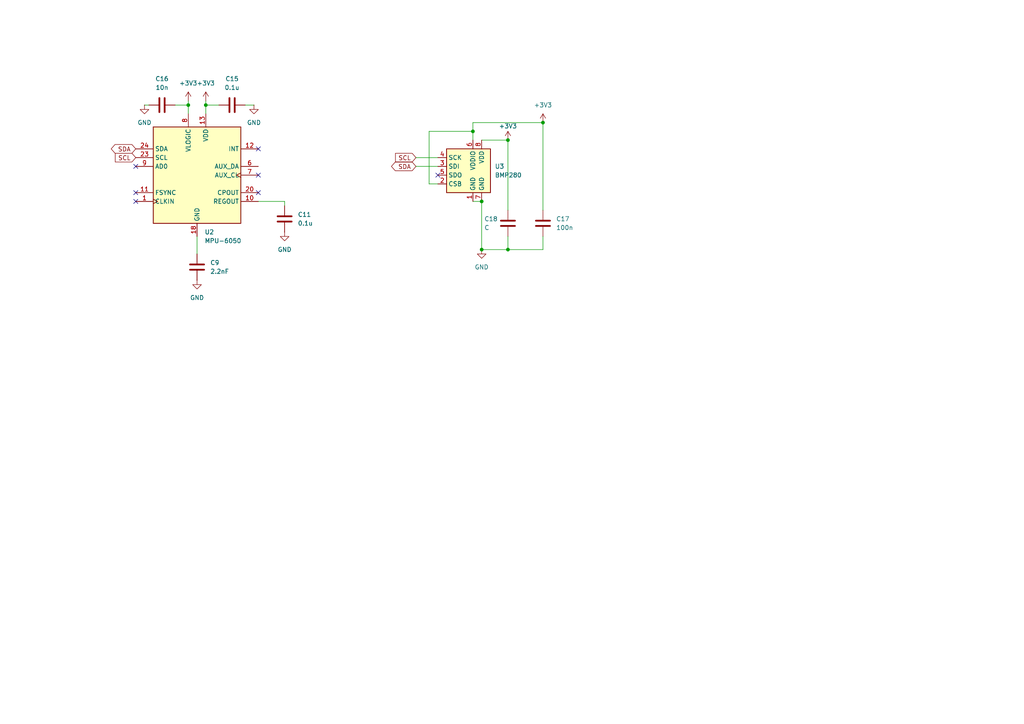
<source format=kicad_sch>
(kicad_sch (version 20231120) (generator "eeschema") (generator_version "8.0")
  (paper "A4")
  (title_block (title "Aviônica Arapaçu") (rev "João Estima") (company "Antares Foguetemodelismo"))
  (lib_symbols
    (symbol "Device:C" (pin_numbers hide) (pin_names (offset 0.254))
      (property "Reference" "C" (at 0.635 2.54 0))
      (property "Value" "C" (at 0.635 -2.54 0))
      (symbol "C_0_1"
        (polyline (pts (xy -2.032 -0.762) (xy 2.032 -0.762)) (stroke (width 0.508)))
        (polyline (pts (xy -2.032 0.762) (xy 2.032 0.762)) (stroke (width 0.508)))
      )
      (symbol "C_1_1"
        (pin passive line (at 0 3.81 270) (length 2.794) (name "~") (number "1"))
        (pin passive line (at 0 -3.81 90) (length 2.794) (name "~") (number "2"))
      )
    )
    (symbol "Sensor_Motion:MPU-6050"
      (property "Reference" "U" (at -11.43 13.97 0))
      (property "Value" "MPU-6050" (at 7.62 -15.24 0))
      (symbol "MPU-6050_0_0"
        (text "" (at 12.7 -2.54 0) (effects (font (size 1.27 1.27))))
      )
      (symbol "MPU-6050_0_1"
        (rectangle (start -12.7 13.97) (end 12.7 -13.97) (stroke (width 0.254)) (fill (type background)))
      )
      (symbol "MPU-6050_1_1"
        (pin input clock (at -17.78 -7.62 0) (length 5.08) (name "CLKIN") (number "1"))
        (pin passive line (at 17.78 -7.62 180) (length 5.08) (name "REGOUT") (number "10"))
        (pin input line (at -17.78 -5.08 0) (length 5.08) (name "FSYNC") (number "11"))
        (pin output line (at 17.78 7.62 180) (length 5.08) (name "INT") (number "12"))
        (pin power_in line (at 2.54 17.78 270) (length 3.81) (name "VDD") (number "13"))
        (pin no_connect line (at -12.7 -10.16 0) (length 2.54) hide (name "NC") (number "14"))
        (pin no_connect line (at 12.7 12.7 180) (length 2.54) hide (name "NC") (number "15"))
        (pin no_connect line (at 12.7 10.16 180) (length 2.54) hide (name "NC") (number "16"))
        (pin no_connect line (at 12.7 5.08 180) (length 2.54) hide (name "NC") (number "17"))
        (pin power_in line (at 0 -17.78 90) (length 3.81) (name "GND") (number "18"))
        (pin no_connect line (at 12.7 -10.16 180) (length 2.54) hide (name "RESV") (number "19"))
        (pin no_connect line (at -12.7 12.7 0) (length 2.54) hide (name "NC") (number "2"))
        (pin passive line (at 17.78 -5.08 180) (length 5.08) (name "CPOUT") (number "20"))
        (pin no_connect line (at 12.7 -2.54 180) (length 2.54) hide (name "RESV") (number "21"))
        (pin no_connect line (at 12.7 -12.7 180) (length 2.54) hide (name "RESV") (number "22"))
        (pin input line (at -17.78 5.08 0) (length 5.08) (name "SCL") (number "23"))
        (pin bidirectional line (at -17.78 7.62 0) (length 5.08) (name "SDA") (number "24"))
        (pin no_connect line (at -12.7 10.16 0) (length 2.54) hide (name "NC") (number "3"))
        (pin no_connect line (at -12.7 0 0) (length 2.54) hide (name "NC") (number "4"))
        (pin no_connect line (at -12.7 -2.54 0) (length 2.54) hide (name "NC") (number "5"))
        (pin bidirectional line (at 17.78 2.54 180) (length 5.08) (name "AUX_DA") (number "6"))
        (pin output clock (at 17.78 0 180) (length 5.08) (name "AUX_CL") (number "7"))
        (pin power_in line (at -2.54 17.78 270) (length 3.81) (name "VLOGIC") (number "8"))
        (pin input line (at -17.78 2.54 0) (length 5.08) (name "AD0") (number "9"))
      )
    )
    (symbol "Sensor_Pressure:BMP280"
      (property "Reference" "U" (at -7.62 10.16 0))
      (property "Value" "BMP280" (at 5.08 10.16 0))
      (symbol "BMP280_0_1"
        (rectangle (start -7.62 -5.08) (end 5.08 7.62) (stroke (width 0.254)) (fill (type background)))
      )
      (symbol "BMP280_1_1"
        (pin power_in line (at 0 -7.62 90) (length 2.54) (name "GND") (number "1"))
        (pin input line (at -10.16 -2.54 0) (length 2.54) (name "CSB") (number "2"))
        (pin bidirectional line (at -10.16 2.54 0) (length 2.54) (name "SDI") (number "3"))
        (pin input line (at -10.16 5.08 0) (length 2.54) (name "SCK") (number "4"))
        (pin bidirectional line (at -10.16 0 0) (length 2.54) (name "SDO") (number "5"))
        (pin power_in line (at 0 10.16 270) (length 2.54) (name "VDDIO") (number "6"))
        (pin power_in line (at 2.54 -7.62 90) (length 2.54) (name "GND") (number "7"))
        (pin power_in line (at 2.54 10.16 270) (length 2.54) (name "VDD") (number "8"))
      )
    )
    (symbol "power:+3V3" (power) (pin_numbers hide) (pin_names (offset 0) hide)
      (property "Value" "+3V3" (at 0 3.556 0))
      (symbol "+3V3_0_1"
        (polyline (pts (xy -0.762 1.27) (xy 0 2.54)))
        (polyline (pts (xy 0 0) (xy 0 2.54)))
        (polyline (pts (xy 0 2.54) (xy 0.762 1.27)))
      )
      (symbol "+3V3_1_1"
        (pin power_in line (at 0 0 90) (length 0) (name "~") (number "1"))
      )
    )
    (symbol "power:GND" (power) (pin_numbers hide) (pin_names (offset 0) hide)
      (property "Value" "GND" (at 0 -3.81 0))
      (symbol "GND_0_1"
        (polyline (pts (xy 0 0) (xy 0 -1.27) (xy 1.27 -1.27) (xy 0 -2.54) (xy -1.27 -1.27) (xy 0 -1.27)))
      )
      (symbol "GND_1_1"
        (pin power_in line (at 0 0 270) (length 0) (name "~") (number "1"))
      )
    )
  )
  (junction (at 157.48 35.56))
  (junction (at 137.16 38.1))
  (junction (at 54.61 30.48))
  (junction (at 147.32 40.64))
  (junction (at 59.69 30.48))
  (junction (at 139.7 58.42))
  (junction (at 147.32 72.39))
  (junction (at 139.7 72.39))
  (no_connect (at 74.93 43.18))
  (no_connect (at 74.93 50.8))
  (no_connect (at 39.37 58.42))
  (no_connect (at 74.93 55.88))
  (no_connect (at 39.37 48.26))
  (no_connect (at 127 50.8))
  (no_connect (at 39.37 55.88))
  (wire (pts (xy 54.61 30.48) (xy 54.61 33.02)))
  (wire (pts (xy 137.16 38.1) (xy 137.16 40.64)))
  (wire (pts (xy 124.46 53.34) (xy 127 53.34)))
  (wire (pts (xy 139.7 40.64) (xy 147.32 40.64)))
  (wire (pts (xy 137.16 58.42) (xy 139.7 58.42)))
  (wire (pts (xy 137.16 35.56) (xy 157.48 35.56)))
  (wire (pts (xy 147.32 68.58) (xy 147.32 72.39)))
  (wire (pts (xy 73.66 30.48) (xy 71.12 30.48)))
  (wire (pts (xy 120.65 48.26) (xy 127 48.26)))
  (wire (pts (xy 41.91 30.48) (xy 43.18 30.48)))
  (wire (pts (xy 54.61 29.21) (xy 54.61 30.48)))
  (wire (pts (xy 139.7 58.42) (xy 139.7 72.39)))
  (wire (pts (xy 124.46 38.1) (xy 124.46 53.34)))
  (wire (pts (xy 59.69 29.21) (xy 59.69 30.48)))
  (wire (pts (xy 63.5 30.48) (xy 59.69 30.48)))
  (wire (pts (xy 74.93 58.42) (xy 82.55 58.42)))
  (wire (pts (xy 124.46 38.1) (xy 137.16 38.1)))
  (wire (pts (xy 157.48 35.56) (xy 157.48 60.96)))
  (wire (pts (xy 50.8 30.48) (xy 54.61 30.48)))
  (wire (pts (xy 120.65 45.72) (xy 127 45.72)))
  (wire (pts (xy 137.16 35.56) (xy 137.16 38.1)))
  (wire (pts (xy 147.32 40.64) (xy 147.32 60.96)))
  (wire (pts (xy 57.15 68.58) (xy 57.15 73.66)))
  (wire (pts (xy 139.7 72.39) (xy 147.32 72.39)))
  (wire (pts (xy 157.48 72.39) (xy 157.48 68.58)))
  (wire (pts (xy 147.32 72.39) (xy 157.48 72.39)))
  (wire (pts (xy 59.69 30.48) (xy 59.69 33.02)))
  (wire (pts (xy 82.55 58.42) (xy 82.55 59.69)))
  (global_label "SDA" (shape bidirectional) (at 120.65 48.26 180) (property "Intersheetrefs" "${INTERSHEET_REFS}" (effects (hide yes))))
  (global_label "SCL" (shape input) (at 120.65 45.72 180) (property "Intersheetrefs" "${INTERSHEET_REFS}" (effects (hide yes))))
  (global_label "SDA" (shape bidirectional) (at 39.37 43.18 180) (property "Intersheetrefs" "${INTERSHEET_REFS}" (effects (hide yes))))
  (global_label "SCL" (shape input) (at 39.37 45.72 180) (property "Intersheetrefs" "${INTERSHEET_REFS}" (effects (hide yes))))
  (symbol (lib_id "Device:C") (at 82.55 63.5 0) (unit 1)
    (property "Reference" "C11" (at 86.36 62.2299 0) (effects (justify left)))
    (property "Value" "0.1u" (at 86.36 64.7699 0) (effects (justify left)))
    (property "Description" "Unpolarized capacitor" (effects (hide yes)))
  )
  (symbol (lib_id "power:GND") (at 57.15 81.28 0) (unit 1)
    (property "Reference" "#PWR015" (effects (hide yes)))
    (property "Value" "GND" (at 57.15 86.36 0))
    (property "Description" "Power symbol creates a global label with name \"GND\" , ground" (effects (hide yes)))
  )
  (symbol (lib_id "power:+3V3") (at 59.69 29.21 0) (unit 1)
    (property "Reference" "#PWR018" (effects (hide yes)))
    (property "Value" "+3V3" (at 59.69 24.13 0))
    (property "Description" "Power symbol creates a global label with name \"+3V3\"" (effects (hide yes)))
  )
  (symbol (lib_id "power:+3V3") (at 157.48 35.56 0) (unit 1)
    (property "Reference" "#PWR025" (effects (hide yes)))
    (property "Value" "+3V3" (at 157.48 30.48 0))
    (property "Description" "Power symbol creates a global label with name \"+3V3\"" (effects (hide yes)))
  )
  (symbol (lib_id "Device:C") (at 147.32 64.77 0) (unit 1)
    (property "Reference" "C18" (at 140.462 63.5 0) (effects (justify left)))
    (property "Value" "C" (at 140.462 66.04 0) (effects (justify left)))
    (property "Description" "Unpolarized capacitor" (effects (hide yes)))
  )
  (symbol (lib_id "Device:C") (at 57.15 77.47 180) (unit 1)
    (property "Reference" "C9" (at 60.96 76.1999 0) (effects (justify right)))
    (property "Value" "2.2nF" (at 60.96 78.7399 0) (effects (justify right)))
    (property "Description" "Unpolarized capacitor" (effects (hide yes)))
  )
  (symbol (lib_id "Sensor_Pressure:BMP280") (at 137.16 50.8 0) (unit 1)
    (property "Reference" "U3" (at 143.51 48.2599 0) (effects (justify left)))
    (property "Value" "BMP280" (at 143.51 50.7999 0) (effects (justify left)))
    (property "Footprint" "Package_LGA:Bosch_LGA-8_2x2.5mm_P0.65mm_ClockwisePinNumbering" (effects (hide yes)))
    (property "Datasheet" "https://ae-bst.resource.bosch.com/media/_tech/media/datasheets/BST-BMP280-DS001.pdf" (effects (hide yes)))
    (property "Description" "Absolute Barometric Pressure Sensor, LGA-8" (effects (hide yes)))
  )
  (symbol (lib_id "power:GND") (at 73.66 30.48 0) (unit 1)
    (property "Reference" "#PWR020" (effects (hide yes)))
    (property "Value" "GND" (at 73.66 35.56 0))
    (property "Description" "Power symbol creates a global label with name \"GND\" , ground" (effects (hide yes)))
  )
  (symbol (lib_id "power:+3V3") (at 147.32 40.64 0) (unit 1)
    (property "Reference" "#PWR036" (effects (hide yes)))
    (property "Value" "+3V3" (at 147.32 36.576 0))
    (property "Description" "Power symbol creates a global label with name \"+3V3\"" (effects (hide yes)))
  )
  (symbol (lib_id "Device:C") (at 46.99 30.48 90) (unit 1)
    (property "Reference" "C16" (at 46.99 22.86 90))
    (property "Value" "10n" (at 46.99 25.4 90))
    (property "Description" "Unpolarized capacitor" (effects (hide yes)))
  )
  (symbol (lib_id "power:GND") (at 82.55 67.31 0) (unit 1)
    (property "Reference" "#PWR016" (effects (hide yes)))
    (property "Value" "GND" (at 82.55 72.39 0))
    (property "Description" "Power symbol creates a global label with name \"GND\" , ground" (effects (hide yes)))
  )
  (symbol (lib_id "power:+3V3") (at 54.61 29.21 0) (unit 1)
    (property "Reference" "#PWR021" (effects (hide yes)))
    (property "Value" "+3V3" (at 54.61 24.13 0))
    (property "Description" "Power symbol creates a global label with name \"+3V3\"" (effects (hide yes)))
  )
  (symbol (lib_id "power:GND") (at 41.91 30.48 0) (unit 1)
    (property "Reference" "#PWR024" (effects (hide yes)))
    (property "Value" "GND" (at 41.91 35.56 0))
    (property "Description" "Power symbol creates a global label with name \"GND\" , ground" (effects (hide yes)))
  )
  (symbol (lib_id "Sensor_Motion:MPU-6050") (at 57.15 50.8 0) (unit 1)
    (property "Reference" "U2" (at 59.3441 67.31 0) (effects (justify left)))
    (property "Value" "MPU-6050" (at 59.3441 69.85 0) (effects (justify left)))
    (property "Footprint" "Sensor_Motion:InvenSense_QFN-24_4x4mm_P0.5mm" (effects (hide yes)))
    (property "Datasheet" "https://invensense.tdk.com/wp-content/uploads/2015/02/MPU-6000-Datasheet1.pdf" (effects (hide yes)))
    (property "Description" "InvenSense 6-Axis Motion Sensor, Gyroscope, Accelerometer, I2C" (effects (hide yes)))
  )
  (symbol (lib_id "Device:C") (at 67.31 30.48 90) (unit 1)
    (property "Reference" "C15" (at 67.31 22.86 90))
    (property "Value" "0.1u" (at 67.31 25.4 90))
    (property "Description" "Unpolarized capacitor" (effects (hide yes)))
  )
  (symbol (lib_id "power:GND") (at 139.7 72.39 0) (unit 1)
    (property "Reference" "#PWR026" (effects (hide yes)))
    (property "Value" "GND" (at 139.7 77.47 0))
    (property "Description" "Power symbol creates a global label with name \"GND\" , ground" (effects (hide yes)))
  )
  (symbol (lib_id "Device:C") (at 157.48 64.77 0) (unit 1)
    (property "Reference" "C17" (at 161.29 63.4999 0) (effects (justify left)))
    (property "Value" "100n" (at 161.29 66.0399 0) (effects (justify left)))
    (property "Description" "Unpolarized capacitor" (effects (hide yes)))
  )
)
</source>
